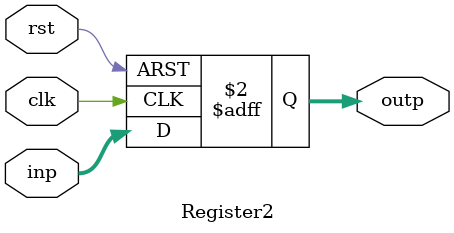
<source format=v>
module Register2(
	clk,
	rst,
	inp,
	outp
);

	input clk;
	input rst;
	input [1:0] inp;
	output reg [1:0] outp;

	always @(posedge clk, posedge rst) begin
		if (rst)
			outp <= 0;
			else 
			outp <= inp;
	end

endmodule

</source>
